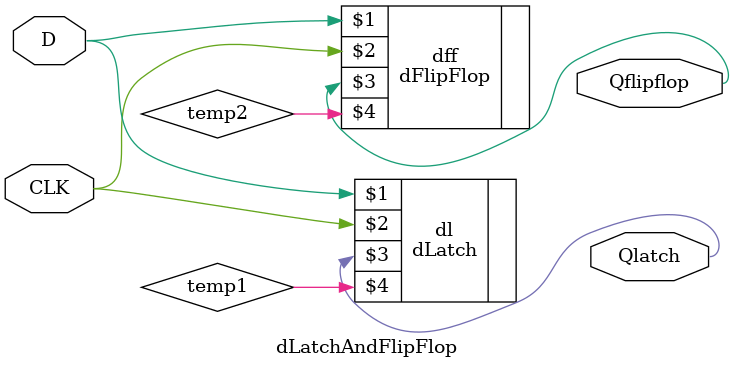
<source format=v>
`timescale 1ns / 1ps
module dLatchAndFlipFlop(
    input D,
    input CLK,
    output Qlatch,
    output Qflipflop
    );
	 
	 wire temp1;
	 wire temp2;
	 
	 dLatch dl(D, CLK, Qlatch, temp1);
	 dFlipFlop dff(D, CLK, Qflipflop, temp2);


endmodule

</source>
